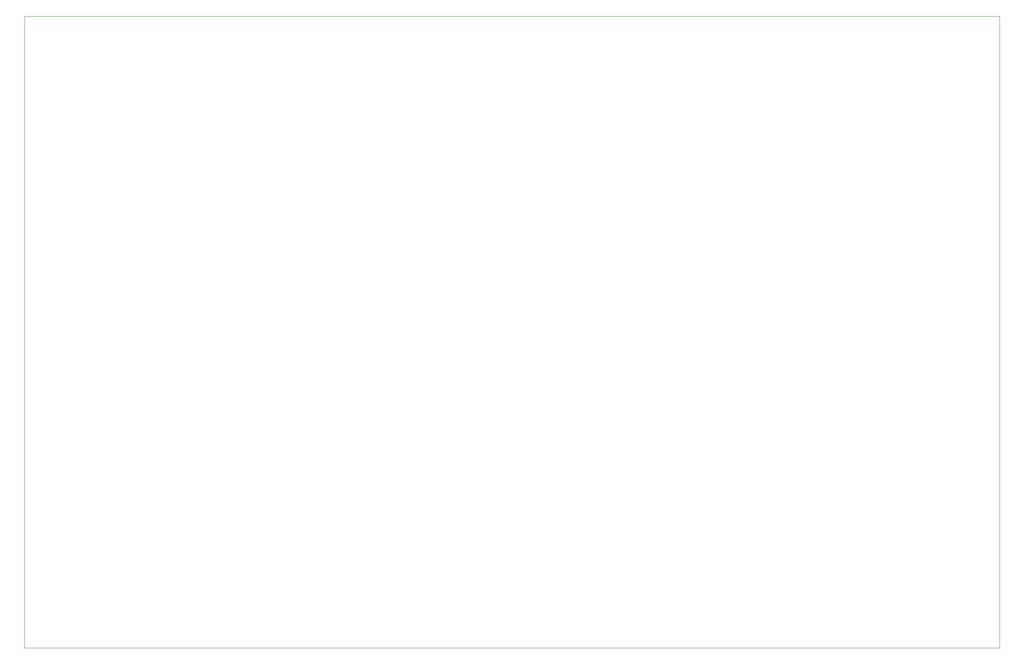
<source format=gbr>
%TF.GenerationSoftware,KiCad,Pcbnew,(6.0.2)*%
%TF.CreationDate,2023-10-08T18:11:24+02:00*%
%TF.ProjectId,kamizelka,6b616d69-7a65-46c6-9b61-2e6b69636164,rev?*%
%TF.SameCoordinates,Original*%
%TF.FileFunction,Profile,NP*%
%FSLAX46Y46*%
G04 Gerber Fmt 4.6, Leading zero omitted, Abs format (unit mm)*
G04 Created by KiCad (PCBNEW (6.0.2)) date 2023-10-08 18:11:24*
%MOMM*%
%LPD*%
G01*
G04 APERTURE LIST*
%TA.AperFunction,Profile*%
%ADD10C,0.100000*%
%TD*%
G04 APERTURE END LIST*
D10*
X49500000Y-31000000D02*
X248500000Y-31000000D01*
X248500000Y-31000000D02*
X248500000Y-160000000D01*
X248500000Y-160000000D02*
X49500000Y-160000000D01*
X49500000Y-160000000D02*
X49500000Y-31000000D01*
M02*

</source>
